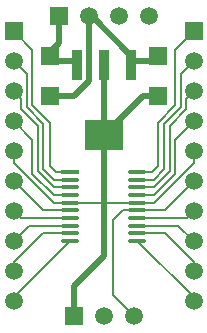
<source format=gtl>
G04 Layer_Physical_Order=1*
G04 Layer_Color=255*
%FSTAX24Y24*%
%MOIN*%
G70*
G01*
G75*
%ADD10R,0.0630X0.0630*%
%ADD11R,0.1299X0.1004*%
%ADD12R,0.0374X0.1004*%
%ADD13O,0.0630X0.0138*%
%ADD14R,0.0630X0.0138*%
%ADD15C,0.0200*%
%ADD16C,0.0080*%
%ADD17C,0.0591*%
%ADD18R,0.0591X0.0591*%
%ADD19R,0.0591X0.0591*%
D10*
X0432Y029169D02*
D03*
Y027831D02*
D03*
X0468Y027831D02*
D03*
Y029169D02*
D03*
D11*
X045Y026529D02*
D03*
D12*
X044094Y028871D02*
D03*
X045D02*
D03*
X045906D02*
D03*
D13*
X046122Y023516D02*
D03*
Y023772D02*
D03*
Y024028D02*
D03*
Y024284D02*
D03*
Y02454D02*
D03*
Y024796D02*
D03*
Y025052D02*
D03*
Y025307D02*
D03*
X043878Y023516D02*
D03*
Y023772D02*
D03*
Y024028D02*
D03*
Y024284D02*
D03*
Y02454D02*
D03*
Y024796D02*
D03*
Y025052D02*
D03*
Y02326D02*
D03*
Y023004D02*
D03*
X046122Y02326D02*
D03*
Y023004D02*
D03*
D14*
X043878Y025307D02*
D03*
D15*
X04459Y0305D02*
X045906Y029184D01*
X0445Y0305D02*
X04459D01*
X046631Y029D02*
X0468Y029169D01*
X046034Y029D02*
X046631D01*
X045906Y028871D02*
X046034Y029D01*
X045906Y028871D02*
Y029184D01*
X043997Y027831D02*
X0445Y028333D01*
Y030277D01*
X0432Y027831D02*
X043997D01*
X0433Y0294D02*
X0435Y0296D01*
X043966Y029D02*
X044094Y028871D01*
X043369Y029D02*
X043966D01*
X045Y024284D02*
Y026529D01*
Y026729D02*
Y028871D01*
Y026529D02*
Y026729D01*
Y0225D02*
Y024284D01*
X044Y0215D02*
X045Y0225D01*
X044Y0205D02*
Y0215D01*
X045Y026529D02*
X046302Y027831D01*
X0468D01*
X0435Y0296D02*
Y0303D01*
D16*
X0445D02*
Y0305D01*
X0432Y029169D02*
X043369Y029D01*
X045Y024284D02*
X046122D01*
X043878D02*
X045D01*
X0453Y0237D02*
X045628Y024028D01*
X0453Y0212D02*
Y0237D01*
X045628Y024028D02*
X046122D01*
X042615Y027539D02*
X0432Y026955D01*
X042615Y027539D02*
Y029385D01*
X0432Y0255D02*
Y026955D01*
X042435Y027465D02*
X04298Y02692D01*
Y025399D02*
Y02692D01*
X042255Y02739D02*
X0428Y026845D01*
Y025325D02*
Y026845D01*
X042255Y02739D02*
Y027745D01*
X042435Y027465D02*
Y028565D01*
X0453Y0212D02*
X046Y0205D01*
X042Y029D02*
X042435Y028565D01*
X042Y03D02*
X042615Y029385D01*
X042Y028D02*
X042255Y027745D01*
X043393Y025307D02*
X043878D01*
X0432Y0255D02*
X043393Y025307D01*
X042Y025616D02*
Y0257D01*
Y027D02*
X042615Y026385D01*
X042Y025616D02*
X043332Y024284D01*
X043878D01*
X04333Y02454D02*
X043878D01*
X042615Y025255D02*
X04333Y02454D01*
X042615Y025255D02*
Y026385D01*
X043329Y024796D02*
X043878D01*
X0428Y025325D02*
X043329Y024796D01*
X043328Y025052D02*
X043878D01*
X04298Y025399D02*
X043328Y025052D01*
X042972Y024028D02*
X043878D01*
X042Y025D02*
X042972Y024028D01*
X042228Y023772D02*
X043878D01*
X042Y024D02*
X042228Y023772D01*
X042516Y023516D02*
X043878D01*
X042Y023D02*
X042516Y023516D01*
X04296Y02326D02*
X043878D01*
X042Y0223D02*
X04296Y02326D01*
X042Y022D02*
Y0223D01*
Y021126D02*
X043878Y023004D01*
X042Y021D02*
Y021126D01*
X048Y021D02*
Y021126D01*
X046122Y023004D02*
X048Y021126D01*
Y022D02*
Y0223D01*
X04704Y02326D02*
X048Y0223D01*
X046122Y02326D02*
X04704D01*
X047484Y023516D02*
X048Y023D01*
X046122Y023516D02*
X047484D01*
X047772Y023772D02*
X048Y024D01*
X046122Y023772D02*
X047772D01*
X047028Y024028D02*
X048Y025D01*
X046122Y024028D02*
X047028D01*
X04702Y025399D02*
Y02692D01*
X046672Y025052D02*
X04702Y025399D01*
X046122Y025052D02*
X046672D01*
X0472Y025325D02*
Y026845D01*
X046671Y024796D02*
X0472Y025325D01*
X046122Y024796D02*
X046671D01*
X047385Y025255D02*
Y026385D01*
X04667Y02454D02*
X047385Y025255D01*
X046122Y02454D02*
X04667D01*
X046122Y024284D02*
X046668D01*
X048Y025616D01*
X047385Y026385D02*
X048Y027D01*
X04702Y02692D02*
X047565Y027465D01*
X0472Y026845D02*
X047745Y02739D01*
X048Y025616D02*
Y0257D01*
X0468Y0255D02*
Y026955D01*
X046607Y025307D02*
X0468Y0255D01*
X046122Y025307D02*
X046607D01*
X0468Y026955D02*
X047385Y027539D01*
X047745Y027745D02*
X048Y028D01*
X047745Y02739D02*
Y027745D01*
X047385Y027539D02*
Y029385D01*
X048Y03D01*
X047565Y027465D02*
Y028565D01*
X048Y029D01*
D17*
X0465Y0305D02*
D03*
X0455D02*
D03*
X0445D02*
D03*
X042Y026D02*
D03*
Y027D02*
D03*
Y028D02*
D03*
Y029D02*
D03*
Y025D02*
D03*
Y024D02*
D03*
Y023D02*
D03*
Y022D02*
D03*
Y021D02*
D03*
X048Y026D02*
D03*
Y027D02*
D03*
Y028D02*
D03*
Y029D02*
D03*
Y025D02*
D03*
Y024D02*
D03*
Y023D02*
D03*
Y022D02*
D03*
Y021D02*
D03*
X045Y0205D02*
D03*
X046D02*
D03*
D18*
X0435Y0305D02*
D03*
X044Y0205D02*
D03*
D19*
X042Y03D02*
D03*
X048D02*
D03*
M02*

</source>
